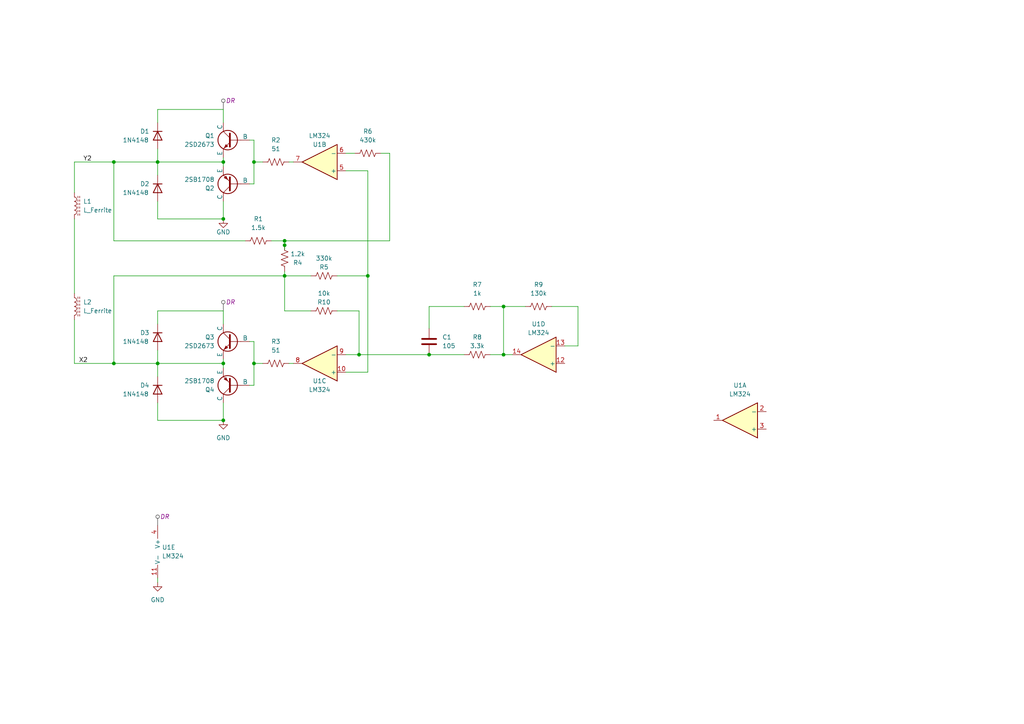
<source format=kicad_sch>
(kicad_sch (version 20230121) (generator eeschema)

  (uuid 5eab7e8b-54e1-47d0-9dc3-1e7c3fa2f560)

  (paper "A4")

  (lib_symbols
    (symbol "Amplifier_Operational:LM324" (pin_names (offset 0.127)) (in_bom yes) (on_board yes)
      (property "Reference" "U" (at 0 5.08 0)
        (effects (font (size 1.27 1.27)) (justify left))
      )
      (property "Value" "LM324" (at 0 -5.08 0)
        (effects (font (size 1.27 1.27)) (justify left))
      )
      (property "Footprint" "" (at -1.27 2.54 0)
        (effects (font (size 1.27 1.27)) hide)
      )
      (property "Datasheet" "http://www.ti.com/lit/ds/symlink/lm2902-n.pdf" (at 1.27 5.08 0)
        (effects (font (size 1.27 1.27)) hide)
      )
      (property "ki_locked" "" (at 0 0 0)
        (effects (font (size 1.27 1.27)))
      )
      (property "ki_keywords" "quad opamp" (at 0 0 0)
        (effects (font (size 1.27 1.27)) hide)
      )
      (property "ki_description" "Low-Power, Quad-Operational Amplifiers, DIP-14/SOIC-14/SSOP-14" (at 0 0 0)
        (effects (font (size 1.27 1.27)) hide)
      )
      (property "ki_fp_filters" "SOIC*3.9x8.7mm*P1.27mm* DIP*W7.62mm* TSSOP*4.4x5mm*P0.65mm* SSOP*5.3x6.2mm*P0.65mm* MSOP*3x3mm*P0.5mm*" (at 0 0 0)
        (effects (font (size 1.27 1.27)) hide)
      )
      (symbol "LM324_1_1"
        (polyline
          (pts
            (xy -5.08 5.08)
            (xy 5.08 0)
            (xy -5.08 -5.08)
            (xy -5.08 5.08)
          )
          (stroke (width 0.254) (type default))
          (fill (type background))
        )
        (pin output line (at 7.62 0 180) (length 2.54)
          (name "~" (effects (font (size 1.27 1.27))))
          (number "1" (effects (font (size 1.27 1.27))))
        )
        (pin input line (at -7.62 -2.54 0) (length 2.54)
          (name "-" (effects (font (size 1.27 1.27))))
          (number "2" (effects (font (size 1.27 1.27))))
        )
        (pin input line (at -7.62 2.54 0) (length 2.54)
          (name "+" (effects (font (size 1.27 1.27))))
          (number "3" (effects (font (size 1.27 1.27))))
        )
      )
      (symbol "LM324_2_1"
        (polyline
          (pts
            (xy -5.08 5.08)
            (xy 5.08 0)
            (xy -5.08 -5.08)
            (xy -5.08 5.08)
          )
          (stroke (width 0.254) (type default))
          (fill (type background))
        )
        (pin input line (at -7.62 2.54 0) (length 2.54)
          (name "+" (effects (font (size 1.27 1.27))))
          (number "5" (effects (font (size 1.27 1.27))))
        )
        (pin input line (at -7.62 -2.54 0) (length 2.54)
          (name "-" (effects (font (size 1.27 1.27))))
          (number "6" (effects (font (size 1.27 1.27))))
        )
        (pin output line (at 7.62 0 180) (length 2.54)
          (name "~" (effects (font (size 1.27 1.27))))
          (number "7" (effects (font (size 1.27 1.27))))
        )
      )
      (symbol "LM324_3_1"
        (polyline
          (pts
            (xy -5.08 5.08)
            (xy 5.08 0)
            (xy -5.08 -5.08)
            (xy -5.08 5.08)
          )
          (stroke (width 0.254) (type default))
          (fill (type background))
        )
        (pin input line (at -7.62 2.54 0) (length 2.54)
          (name "+" (effects (font (size 1.27 1.27))))
          (number "10" (effects (font (size 1.27 1.27))))
        )
        (pin output line (at 7.62 0 180) (length 2.54)
          (name "~" (effects (font (size 1.27 1.27))))
          (number "8" (effects (font (size 1.27 1.27))))
        )
        (pin input line (at -7.62 -2.54 0) (length 2.54)
          (name "-" (effects (font (size 1.27 1.27))))
          (number "9" (effects (font (size 1.27 1.27))))
        )
      )
      (symbol "LM324_4_1"
        (polyline
          (pts
            (xy -5.08 5.08)
            (xy 5.08 0)
            (xy -5.08 -5.08)
            (xy -5.08 5.08)
          )
          (stroke (width 0.254) (type default))
          (fill (type background))
        )
        (pin input line (at -7.62 2.54 0) (length 2.54)
          (name "+" (effects (font (size 1.27 1.27))))
          (number "12" (effects (font (size 1.27 1.27))))
        )
        (pin input line (at -7.62 -2.54 0) (length 2.54)
          (name "-" (effects (font (size 1.27 1.27))))
          (number "13" (effects (font (size 1.27 1.27))))
        )
        (pin output line (at 7.62 0 180) (length 2.54)
          (name "~" (effects (font (size 1.27 1.27))))
          (number "14" (effects (font (size 1.27 1.27))))
        )
      )
      (symbol "LM324_5_1"
        (pin power_in line (at -2.54 -7.62 90) (length 3.81)
          (name "V-" (effects (font (size 1.27 1.27))))
          (number "11" (effects (font (size 1.27 1.27))))
        )
        (pin power_in line (at -2.54 7.62 270) (length 3.81)
          (name "V+" (effects (font (size 1.27 1.27))))
          (number "4" (effects (font (size 1.27 1.27))))
        )
      )
    )
    (symbol "Device:C" (pin_numbers hide) (pin_names (offset 0.254)) (in_bom yes) (on_board yes)
      (property "Reference" "C" (at 0.635 2.54 0)
        (effects (font (size 1.27 1.27)) (justify left))
      )
      (property "Value" "C" (at 0.635 -2.54 0)
        (effects (font (size 1.27 1.27)) (justify left))
      )
      (property "Footprint" "" (at 0.9652 -3.81 0)
        (effects (font (size 1.27 1.27)) hide)
      )
      (property "Datasheet" "~" (at 0 0 0)
        (effects (font (size 1.27 1.27)) hide)
      )
      (property "ki_keywords" "cap capacitor" (at 0 0 0)
        (effects (font (size 1.27 1.27)) hide)
      )
      (property "ki_description" "Unpolarized capacitor" (at 0 0 0)
        (effects (font (size 1.27 1.27)) hide)
      )
      (property "ki_fp_filters" "C_*" (at 0 0 0)
        (effects (font (size 1.27 1.27)) hide)
      )
      (symbol "C_0_1"
        (polyline
          (pts
            (xy -2.032 -0.762)
            (xy 2.032 -0.762)
          )
          (stroke (width 0.508) (type default))
          (fill (type none))
        )
        (polyline
          (pts
            (xy -2.032 0.762)
            (xy 2.032 0.762)
          )
          (stroke (width 0.508) (type default))
          (fill (type none))
        )
      )
      (symbol "C_1_1"
        (pin passive line (at 0 3.81 270) (length 2.794)
          (name "~" (effects (font (size 1.27 1.27))))
          (number "1" (effects (font (size 1.27 1.27))))
        )
        (pin passive line (at 0 -3.81 90) (length 2.794)
          (name "~" (effects (font (size 1.27 1.27))))
          (number "2" (effects (font (size 1.27 1.27))))
        )
      )
    )
    (symbol "Device:D" (pin_numbers hide) (pin_names (offset 1.016) hide) (in_bom yes) (on_board yes)
      (property "Reference" "D" (at 0 2.54 0)
        (effects (font (size 1.27 1.27)))
      )
      (property "Value" "D" (at 0 -2.54 0)
        (effects (font (size 1.27 1.27)))
      )
      (property "Footprint" "" (at 0 0 0)
        (effects (font (size 1.27 1.27)) hide)
      )
      (property "Datasheet" "~" (at 0 0 0)
        (effects (font (size 1.27 1.27)) hide)
      )
      (property "Sim.Device" "D" (at 0 0 0)
        (effects (font (size 1.27 1.27)) hide)
      )
      (property "Sim.Pins" "1=K 2=A" (at 0 0 0)
        (effects (font (size 1.27 1.27)) hide)
      )
      (property "ki_keywords" "diode" (at 0 0 0)
        (effects (font (size 1.27 1.27)) hide)
      )
      (property "ki_description" "Diode" (at 0 0 0)
        (effects (font (size 1.27 1.27)) hide)
      )
      (property "ki_fp_filters" "TO-???* *_Diode_* *SingleDiode* D_*" (at 0 0 0)
        (effects (font (size 1.27 1.27)) hide)
      )
      (symbol "D_0_1"
        (polyline
          (pts
            (xy -1.27 1.27)
            (xy -1.27 -1.27)
          )
          (stroke (width 0.254) (type default))
          (fill (type none))
        )
        (polyline
          (pts
            (xy 1.27 0)
            (xy -1.27 0)
          )
          (stroke (width 0) (type default))
          (fill (type none))
        )
        (polyline
          (pts
            (xy 1.27 1.27)
            (xy 1.27 -1.27)
            (xy -1.27 0)
            (xy 1.27 1.27)
          )
          (stroke (width 0.254) (type default))
          (fill (type none))
        )
      )
      (symbol "D_1_1"
        (pin passive line (at -3.81 0 0) (length 2.54)
          (name "K" (effects (font (size 1.27 1.27))))
          (number "1" (effects (font (size 1.27 1.27))))
        )
        (pin passive line (at 3.81 0 180) (length 2.54)
          (name "A" (effects (font (size 1.27 1.27))))
          (number "2" (effects (font (size 1.27 1.27))))
        )
      )
    )
    (symbol "Device:L_Ferrite" (pin_numbers hide) (pin_names (offset 1.016) hide) (in_bom yes) (on_board yes)
      (property "Reference" "L" (at -1.27 0 90)
        (effects (font (size 1.27 1.27)))
      )
      (property "Value" "L_Ferrite" (at 2.794 0 90)
        (effects (font (size 1.27 1.27)))
      )
      (property "Footprint" "" (at 0 0 0)
        (effects (font (size 1.27 1.27)) hide)
      )
      (property "Datasheet" "~" (at 0 0 0)
        (effects (font (size 1.27 1.27)) hide)
      )
      (property "ki_keywords" "inductor choke coil reactor magnetic" (at 0 0 0)
        (effects (font (size 1.27 1.27)) hide)
      )
      (property "ki_description" "Inductor with ferrite core" (at 0 0 0)
        (effects (font (size 1.27 1.27)) hide)
      )
      (property "ki_fp_filters" "Choke_* *Coil* Inductor_* L_*" (at 0 0 0)
        (effects (font (size 1.27 1.27)) hide)
      )
      (symbol "L_Ferrite_0_1"
        (arc (start 0 -2.54) (mid 0.6323 -1.905) (end 0 -1.27)
          (stroke (width 0) (type default))
          (fill (type none))
        )
        (arc (start 0 -1.27) (mid 0.6323 -0.635) (end 0 0)
          (stroke (width 0) (type default))
          (fill (type none))
        )
        (polyline
          (pts
            (xy 1.016 -2.794)
            (xy 1.016 -2.286)
          )
          (stroke (width 0) (type default))
          (fill (type none))
        )
        (polyline
          (pts
            (xy 1.016 -1.778)
            (xy 1.016 -1.27)
          )
          (stroke (width 0) (type default))
          (fill (type none))
        )
        (polyline
          (pts
            (xy 1.016 -0.762)
            (xy 1.016 -0.254)
          )
          (stroke (width 0) (type default))
          (fill (type none))
        )
        (polyline
          (pts
            (xy 1.016 0.254)
            (xy 1.016 0.762)
          )
          (stroke (width 0) (type default))
          (fill (type none))
        )
        (polyline
          (pts
            (xy 1.016 1.27)
            (xy 1.016 1.778)
          )
          (stroke (width 0) (type default))
          (fill (type none))
        )
        (polyline
          (pts
            (xy 1.016 2.286)
            (xy 1.016 2.794)
          )
          (stroke (width 0) (type default))
          (fill (type none))
        )
        (polyline
          (pts
            (xy 1.524 -2.286)
            (xy 1.524 -2.794)
          )
          (stroke (width 0) (type default))
          (fill (type none))
        )
        (polyline
          (pts
            (xy 1.524 -1.27)
            (xy 1.524 -1.778)
          )
          (stroke (width 0) (type default))
          (fill (type none))
        )
        (polyline
          (pts
            (xy 1.524 -0.254)
            (xy 1.524 -0.762)
          )
          (stroke (width 0) (type default))
          (fill (type none))
        )
        (polyline
          (pts
            (xy 1.524 0.762)
            (xy 1.524 0.254)
          )
          (stroke (width 0) (type default))
          (fill (type none))
        )
        (polyline
          (pts
            (xy 1.524 1.778)
            (xy 1.524 1.27)
          )
          (stroke (width 0) (type default))
          (fill (type none))
        )
        (polyline
          (pts
            (xy 1.524 2.794)
            (xy 1.524 2.286)
          )
          (stroke (width 0) (type default))
          (fill (type none))
        )
        (arc (start 0 0) (mid 0.6323 0.635) (end 0 1.27)
          (stroke (width 0) (type default))
          (fill (type none))
        )
        (arc (start 0 1.27) (mid 0.6323 1.905) (end 0 2.54)
          (stroke (width 0) (type default))
          (fill (type none))
        )
      )
      (symbol "L_Ferrite_1_1"
        (pin passive line (at 0 3.81 270) (length 1.27)
          (name "1" (effects (font (size 1.27 1.27))))
          (number "1" (effects (font (size 1.27 1.27))))
        )
        (pin passive line (at 0 -3.81 90) (length 1.27)
          (name "2" (effects (font (size 1.27 1.27))))
          (number "2" (effects (font (size 1.27 1.27))))
        )
      )
    )
    (symbol "Device:R_US" (pin_numbers hide) (pin_names (offset 0)) (in_bom yes) (on_board yes)
      (property "Reference" "R" (at 2.54 0 90)
        (effects (font (size 1.27 1.27)))
      )
      (property "Value" "R_US" (at -2.54 0 90)
        (effects (font (size 1.27 1.27)))
      )
      (property "Footprint" "" (at 1.016 -0.254 90)
        (effects (font (size 1.27 1.27)) hide)
      )
      (property "Datasheet" "~" (at 0 0 0)
        (effects (font (size 1.27 1.27)) hide)
      )
      (property "ki_keywords" "R res resistor" (at 0 0 0)
        (effects (font (size 1.27 1.27)) hide)
      )
      (property "ki_description" "Resistor, US symbol" (at 0 0 0)
        (effects (font (size 1.27 1.27)) hide)
      )
      (property "ki_fp_filters" "R_*" (at 0 0 0)
        (effects (font (size 1.27 1.27)) hide)
      )
      (symbol "R_US_0_1"
        (polyline
          (pts
            (xy 0 -2.286)
            (xy 0 -2.54)
          )
          (stroke (width 0) (type default))
          (fill (type none))
        )
        (polyline
          (pts
            (xy 0 2.286)
            (xy 0 2.54)
          )
          (stroke (width 0) (type default))
          (fill (type none))
        )
        (polyline
          (pts
            (xy 0 -0.762)
            (xy 1.016 -1.143)
            (xy 0 -1.524)
            (xy -1.016 -1.905)
            (xy 0 -2.286)
          )
          (stroke (width 0) (type default))
          (fill (type none))
        )
        (polyline
          (pts
            (xy 0 0.762)
            (xy 1.016 0.381)
            (xy 0 0)
            (xy -1.016 -0.381)
            (xy 0 -0.762)
          )
          (stroke (width 0) (type default))
          (fill (type none))
        )
        (polyline
          (pts
            (xy 0 2.286)
            (xy 1.016 1.905)
            (xy 0 1.524)
            (xy -1.016 1.143)
            (xy 0 0.762)
          )
          (stroke (width 0) (type default))
          (fill (type none))
        )
      )
      (symbol "R_US_1_1"
        (pin passive line (at 0 3.81 270) (length 1.27)
          (name "~" (effects (font (size 1.27 1.27))))
          (number "1" (effects (font (size 1.27 1.27))))
        )
        (pin passive line (at 0 -3.81 90) (length 1.27)
          (name "~" (effects (font (size 1.27 1.27))))
          (number "2" (effects (font (size 1.27 1.27))))
        )
      )
    )
    (symbol "Simulation_SPICE:NPN" (pin_numbers hide) (pin_names (offset 0)) (in_bom yes) (on_board yes)
      (property "Reference" "Q" (at -2.54 7.62 0)
        (effects (font (size 1.27 1.27)))
      )
      (property "Value" "NPN" (at -2.54 5.08 0)
        (effects (font (size 1.27 1.27)))
      )
      (property "Footprint" "" (at 63.5 0 0)
        (effects (font (size 1.27 1.27)) hide)
      )
      (property "Datasheet" "~" (at 63.5 0 0)
        (effects (font (size 1.27 1.27)) hide)
      )
      (property "Sim.Device" "NPN" (at 0 0 0)
        (effects (font (size 1.27 1.27)) hide)
      )
      (property "Sim.Type" "GUMMELPOON" (at 0 0 0)
        (effects (font (size 1.27 1.27)) hide)
      )
      (property "Sim.Pins" "1=C 2=B 3=E" (at 0 0 0)
        (effects (font (size 1.27 1.27)) hide)
      )
      (property "ki_keywords" "simulation" (at 0 0 0)
        (effects (font (size 1.27 1.27)) hide)
      )
      (property "ki_description" "Bipolar transistor symbol for simulation only, substrate tied to the emitter" (at 0 0 0)
        (effects (font (size 1.27 1.27)) hide)
      )
      (symbol "NPN_0_1"
        (polyline
          (pts
            (xy -2.54 0)
            (xy 0.635 0)
          )
          (stroke (width 0.1524) (type default))
          (fill (type none))
        )
        (polyline
          (pts
            (xy 0.635 0.635)
            (xy 2.54 2.54)
          )
          (stroke (width 0) (type default))
          (fill (type none))
        )
        (polyline
          (pts
            (xy 2.794 -1.27)
            (xy 2.794 -1.27)
          )
          (stroke (width 0.1524) (type default))
          (fill (type none))
        )
        (polyline
          (pts
            (xy 2.794 -1.27)
            (xy 2.794 -1.27)
          )
          (stroke (width 0.1524) (type default))
          (fill (type none))
        )
        (polyline
          (pts
            (xy 0.635 -0.635)
            (xy 2.54 -2.54)
            (xy 2.54 -2.54)
          )
          (stroke (width 0) (type default))
          (fill (type none))
        )
        (polyline
          (pts
            (xy 0.635 1.905)
            (xy 0.635 -1.905)
            (xy 0.635 -1.905)
          )
          (stroke (width 0.508) (type default))
          (fill (type none))
        )
        (polyline
          (pts
            (xy 1.27 -1.778)
            (xy 1.778 -1.27)
            (xy 2.286 -2.286)
            (xy 1.27 -1.778)
            (xy 1.27 -1.778)
          )
          (stroke (width 0) (type default))
          (fill (type outline))
        )
        (circle (center 1.27 0) (radius 2.8194)
          (stroke (width 0.254) (type default))
          (fill (type none))
        )
      )
      (symbol "NPN_1_1"
        (pin open_collector line (at 2.54 5.08 270) (length 2.54)
          (name "C" (effects (font (size 1.27 1.27))))
          (number "1" (effects (font (size 1.27 1.27))))
        )
        (pin input line (at -5.08 0 0) (length 2.54)
          (name "B" (effects (font (size 1.27 1.27))))
          (number "2" (effects (font (size 1.27 1.27))))
        )
        (pin open_emitter line (at 2.54 -5.08 90) (length 2.54)
          (name "E" (effects (font (size 1.27 1.27))))
          (number "3" (effects (font (size 1.27 1.27))))
        )
      )
    )
    (symbol "Simulation_SPICE:PNP" (pin_numbers hide) (pin_names (offset 0)) (in_bom yes) (on_board yes)
      (property "Reference" "Q" (at -2.54 7.62 0)
        (effects (font (size 1.27 1.27)))
      )
      (property "Value" "PNP" (at -2.54 5.08 0)
        (effects (font (size 1.27 1.27)))
      )
      (property "Footprint" "" (at 35.56 0 0)
        (effects (font (size 1.27 1.27)) hide)
      )
      (property "Datasheet" "~" (at 35.56 0 0)
        (effects (font (size 1.27 1.27)) hide)
      )
      (property "Sim.Device" "PNP" (at 0 0 0)
        (effects (font (size 1.27 1.27)) hide)
      )
      (property "Sim.Type" "GUMMELPOON" (at 0 0 0)
        (effects (font (size 1.27 1.27)) hide)
      )
      (property "Sim.Pins" "1=C 2=B 3=E" (at 0 0 0)
        (effects (font (size 1.27 1.27)) hide)
      )
      (property "ki_keywords" "simulation" (at 0 0 0)
        (effects (font (size 1.27 1.27)) hide)
      )
      (property "ki_description" "Bipolar transistor symbol for simulation only, substrate tied to the emitter" (at 0 0 0)
        (effects (font (size 1.27 1.27)) hide)
      )
      (symbol "PNP_0_1"
        (polyline
          (pts
            (xy -2.54 0)
            (xy 0.635 0)
          )
          (stroke (width 0.1524) (type default))
          (fill (type none))
        )
        (polyline
          (pts
            (xy 0.635 0.635)
            (xy 2.54 2.54)
          )
          (stroke (width 0) (type default))
          (fill (type none))
        )
        (polyline
          (pts
            (xy 0.635 -0.635)
            (xy 2.54 -2.54)
            (xy 2.54 -2.54)
          )
          (stroke (width 0) (type default))
          (fill (type none))
        )
        (polyline
          (pts
            (xy 0.635 1.905)
            (xy 0.635 -1.905)
            (xy 0.635 -1.905)
          )
          (stroke (width 0.508) (type default))
          (fill (type none))
        )
        (polyline
          (pts
            (xy 2.286 -1.778)
            (xy 1.778 -2.286)
            (xy 1.27 -1.27)
            (xy 2.286 -1.778)
            (xy 2.286 -1.778)
          )
          (stroke (width 0) (type default))
          (fill (type outline))
        )
        (circle (center 1.27 0) (radius 2.8194)
          (stroke (width 0.254) (type default))
          (fill (type none))
        )
      )
      (symbol "PNP_1_1"
        (pin open_collector line (at 2.54 5.08 270) (length 2.54)
          (name "C" (effects (font (size 1.27 1.27))))
          (number "1" (effects (font (size 1.27 1.27))))
        )
        (pin input line (at -5.08 0 0) (length 2.54)
          (name "B" (effects (font (size 1.27 1.27))))
          (number "2" (effects (font (size 1.27 1.27))))
        )
        (pin open_emitter line (at 2.54 -5.08 90) (length 2.54)
          (name "E" (effects (font (size 1.27 1.27))))
          (number "3" (effects (font (size 1.27 1.27))))
        )
      )
    )
    (symbol "power:GND" (power) (pin_names (offset 0)) (in_bom yes) (on_board yes)
      (property "Reference" "#PWR" (at 0 -6.35 0)
        (effects (font (size 1.27 1.27)) hide)
      )
      (property "Value" "GND" (at 0 -3.81 0)
        (effects (font (size 1.27 1.27)))
      )
      (property "Footprint" "" (at 0 0 0)
        (effects (font (size 1.27 1.27)) hide)
      )
      (property "Datasheet" "" (at 0 0 0)
        (effects (font (size 1.27 1.27)) hide)
      )
      (property "ki_keywords" "global power" (at 0 0 0)
        (effects (font (size 1.27 1.27)) hide)
      )
      (property "ki_description" "Power symbol creates a global label with name \"GND\" , ground" (at 0 0 0)
        (effects (font (size 1.27 1.27)) hide)
      )
      (symbol "GND_0_1"
        (polyline
          (pts
            (xy 0 0)
            (xy 0 -1.27)
            (xy 1.27 -1.27)
            (xy 0 -2.54)
            (xy -1.27 -1.27)
            (xy 0 -1.27)
          )
          (stroke (width 0) (type default))
          (fill (type none))
        )
      )
      (symbol "GND_1_1"
        (pin power_in line (at 0 0 270) (length 0) hide
          (name "GND" (effects (font (size 1.27 1.27))))
          (number "1" (effects (font (size 1.27 1.27))))
        )
      )
    )
  )

  (junction (at 82.55 69.85) (diameter 0) (color 0 0 0 0)
    (uuid 2120b9d0-f094-47b1-a3ca-0b7b80c170eb)
  )
  (junction (at 146.05 102.87) (diameter 0) (color 0 0 0 0)
    (uuid 2da35ef7-4a01-4bde-905b-35b5af1459d3)
  )
  (junction (at 64.77 46.99) (diameter 0) (color 0 0 0 0)
    (uuid 30076bce-db97-4d4d-b4d6-e62ea3efb8cd)
  )
  (junction (at 146.05 88.9) (diameter 0) (color 0 0 0 0)
    (uuid 3d487be4-1cd5-4be8-af50-1dcc090eb849)
  )
  (junction (at 33.02 46.99) (diameter 0) (color 0 0 0 0)
    (uuid 53ee2ce1-4323-4de5-a1cf-d33d9a013ebb)
  )
  (junction (at 45.72 105.41) (diameter 0) (color 0 0 0 0)
    (uuid 5bb4ee00-cc3d-40a1-8444-3ad3e87bd2d5)
  )
  (junction (at 64.77 121.92) (diameter 0) (color 0 0 0 0)
    (uuid 60a8b837-fcbe-495c-99bf-6f913601bb48)
  )
  (junction (at 64.77 105.41) (diameter 0) (color 0 0 0 0)
    (uuid 633a998a-e1b4-4399-b66b-3f2cac4e84a9)
  )
  (junction (at 33.02 105.41) (diameter 0) (color 0 0 0 0)
    (uuid 74d663a1-4dea-4cca-a4a2-d536d3bb2dba)
  )
  (junction (at 73.66 105.41) (diameter 0) (color 0 0 0 0)
    (uuid 7bb287d3-d389-4156-b6d6-a2c6be74f422)
  )
  (junction (at 64.77 63.5) (diameter 0) (color 0 0 0 0)
    (uuid ac5eb870-9041-4b35-97d5-fb341f8d0bdf)
  )
  (junction (at 124.46 102.87) (diameter 0) (color 0 0 0 0)
    (uuid b20ca325-4af6-4ce2-a210-f8ebc9b3eb1a)
  )
  (junction (at 104.14 102.87) (diameter 0) (color 0 0 0 0)
    (uuid b5b1a526-26b1-4170-b916-b8ed94a192ee)
  )
  (junction (at 82.55 71.12) (diameter 0) (color 0 0 0 0)
    (uuid b887c76d-7b93-4da7-93e6-700d1664b228)
  )
  (junction (at 106.68 80.01) (diameter 0) (color 0 0 0 0)
    (uuid b8dcee23-ec66-4083-9857-3b18b522c0bd)
  )
  (junction (at 45.72 46.99) (diameter 0) (color 0 0 0 0)
    (uuid c7bc71cc-c9a2-4f5a-a4ae-dcfb7179a7ab)
  )
  (junction (at 73.66 46.99) (diameter 0) (color 0 0 0 0)
    (uuid e2ace46f-2b22-4a91-ac1d-536bf825e9bf)
  )
  (junction (at 82.55 80.01) (diameter 0) (color 0 0 0 0)
    (uuid fc4c22e1-788e-4236-beb2-df3fb776b86f)
  )

  (wire (pts (xy 100.33 44.45) (xy 102.87 44.45))
    (stroke (width 0) (type default))
    (uuid 015f139c-5d2a-42f1-93e4-ead163f799c1)
  )
  (wire (pts (xy 104.14 102.87) (xy 124.46 102.87))
    (stroke (width 0) (type default))
    (uuid 0658c3f6-b7b7-4338-807d-bdf3cef03434)
  )
  (wire (pts (xy 97.79 80.01) (xy 106.68 80.01))
    (stroke (width 0) (type default))
    (uuid 07091020-e996-466d-808e-e9581a478238)
  )
  (wire (pts (xy 82.55 90.17) (xy 90.17 90.17))
    (stroke (width 0) (type default))
    (uuid 10121502-d052-4ace-b196-ee30abc42a7a)
  )
  (wire (pts (xy 45.72 121.92) (xy 64.77 121.92))
    (stroke (width 0) (type default))
    (uuid 10d76f7b-9f1c-40fd-8c0c-d83feaf328ef)
  )
  (wire (pts (xy 72.39 99.06) (xy 73.66 99.06))
    (stroke (width 0) (type default))
    (uuid 1188120c-bcab-4290-9518-ba1b14efd25a)
  )
  (wire (pts (xy 106.68 80.01) (xy 106.68 49.53))
    (stroke (width 0) (type default))
    (uuid 153c902a-cbbb-461e-8b03-de8b7c4a31cd)
  )
  (wire (pts (xy 142.24 88.9) (xy 146.05 88.9))
    (stroke (width 0) (type default))
    (uuid 17cefb27-f156-4c3e-bf8c-48faa341718f)
  )
  (wire (pts (xy 106.68 80.01) (xy 106.68 107.95))
    (stroke (width 0) (type default))
    (uuid 1afd05ed-5c79-40a5-a588-931a8b0f68b4)
  )
  (wire (pts (xy 142.24 102.87) (xy 146.05 102.87))
    (stroke (width 0) (type default))
    (uuid 1bf98029-6692-4bd2-bc2f-af87a9389550)
  )
  (wire (pts (xy 82.55 80.01) (xy 82.55 90.17))
    (stroke (width 0) (type default))
    (uuid 20731094-2a64-464f-8699-f84d9160217f)
  )
  (wire (pts (xy 45.72 43.18) (xy 45.72 46.99))
    (stroke (width 0) (type default))
    (uuid 2294a03e-c1e0-496c-a9c0-921340874cb1)
  )
  (wire (pts (xy 73.66 40.64) (xy 73.66 46.99))
    (stroke (width 0) (type default))
    (uuid 26a99533-f962-4e79-a5c5-6e67acd1a082)
  )
  (wire (pts (xy 104.14 90.17) (xy 104.14 102.87))
    (stroke (width 0) (type default))
    (uuid 281a48d8-b344-4b6e-b713-96f8f4cc5eaa)
  )
  (wire (pts (xy 33.02 46.99) (xy 45.72 46.99))
    (stroke (width 0) (type default))
    (uuid 2f4f6b7e-52fc-41aa-a870-8143891bf647)
  )
  (wire (pts (xy 85.09 46.99) (xy 83.82 46.99))
    (stroke (width 0) (type default))
    (uuid 30397919-b148-4383-a1e4-556385278ec9)
  )
  (wire (pts (xy 64.77 63.5) (xy 64.77 58.42))
    (stroke (width 0) (type default))
    (uuid 35d65d28-4b4a-4a0d-8676-986d1ed634f5)
  )
  (wire (pts (xy 146.05 88.9) (xy 146.05 102.87))
    (stroke (width 0) (type default))
    (uuid 37e05702-4af8-4b2d-bcca-e67183663fe0)
  )
  (wire (pts (xy 78.74 69.85) (xy 82.55 69.85))
    (stroke (width 0) (type default))
    (uuid 3a04cf58-0c52-4b91-9a04-bbd8d4558197)
  )
  (wire (pts (xy 45.72 46.99) (xy 45.72 50.8))
    (stroke (width 0) (type default))
    (uuid 3ff4100a-ecb2-45fd-bf17-1fbd1f84e721)
  )
  (wire (pts (xy 82.55 78.74) (xy 82.55 80.01))
    (stroke (width 0) (type default))
    (uuid 41210e0c-8b73-4dcd-b9cb-03bd3005c88b)
  )
  (wire (pts (xy 21.59 105.41) (xy 33.02 105.41))
    (stroke (width 0) (type default))
    (uuid 42fcabad-5b3d-42eb-8d8f-d821d029b077)
  )
  (wire (pts (xy 33.02 46.99) (xy 33.02 69.85))
    (stroke (width 0) (type default))
    (uuid 43d6a5e2-cf43-4481-b8c8-049b52c58f2b)
  )
  (wire (pts (xy 73.66 53.34) (xy 72.39 53.34))
    (stroke (width 0) (type default))
    (uuid 47469d86-3a5f-4c3d-9df2-b5b9ddabc1e9)
  )
  (wire (pts (xy 160.02 88.9) (xy 167.64 88.9))
    (stroke (width 0) (type default))
    (uuid 489e5adc-6b9e-4a2d-847d-a4dbd46d76ae)
  )
  (wire (pts (xy 82.55 72.39) (xy 82.55 71.12))
    (stroke (width 0) (type default))
    (uuid 48c02480-c47b-4abb-b38e-24fb1216a374)
  )
  (wire (pts (xy 167.64 88.9) (xy 167.64 100.33))
    (stroke (width 0) (type default))
    (uuid 4a3c0a47-2de8-4392-b598-b8db52aaeaf4)
  )
  (wire (pts (xy 64.77 121.92) (xy 64.77 116.84))
    (stroke (width 0) (type default))
    (uuid 4cbdbb3a-ad62-4f8e-9202-5a3157f6d7a8)
  )
  (wire (pts (xy 45.72 90.17) (xy 45.72 93.98))
    (stroke (width 0) (type default))
    (uuid 4fda00b8-61df-4c85-849f-9ed1697e636c)
  )
  (wire (pts (xy 64.77 46.99) (xy 64.77 48.26))
    (stroke (width 0) (type default))
    (uuid 57df92d3-dc47-44e3-9ea7-eb096f6f8490)
  )
  (wire (pts (xy 45.72 101.6) (xy 45.72 105.41))
    (stroke (width 0) (type default))
    (uuid 59c25e8e-b44b-45dc-ae1f-18cf4616cfd5)
  )
  (wire (pts (xy 163.83 100.33) (xy 167.64 100.33))
    (stroke (width 0) (type default))
    (uuid 5b28ab9d-24a5-4867-90e7-3643d82a9692)
  )
  (wire (pts (xy 64.77 105.41) (xy 45.72 105.41))
    (stroke (width 0) (type default))
    (uuid 60dee13e-36fa-4265-984b-b3630f1121a0)
  )
  (wire (pts (xy 64.77 46.99) (xy 45.72 46.99))
    (stroke (width 0) (type default))
    (uuid 60fa58d1-bef1-4aa2-b7a7-fdb2be23e39d)
  )
  (wire (pts (xy 45.72 167.64) (xy 45.72 168.91))
    (stroke (width 0) (type default))
    (uuid 611a9981-25bb-4a16-983c-05f2db7cd55f)
  )
  (wire (pts (xy 64.77 105.41) (xy 64.77 106.68))
    (stroke (width 0) (type default))
    (uuid 61d4b693-2922-4675-9c36-8e89223457bb)
  )
  (wire (pts (xy 64.77 104.14) (xy 64.77 105.41))
    (stroke (width 0) (type default))
    (uuid 64040c2d-690d-4d42-8711-bf9277e0a196)
  )
  (wire (pts (xy 45.72 105.41) (xy 45.72 109.22))
    (stroke (width 0) (type default))
    (uuid 67d00ace-600e-45b4-86d8-092cf34de518)
  )
  (wire (pts (xy 72.39 40.64) (xy 73.66 40.64))
    (stroke (width 0) (type default))
    (uuid 6b998b6a-a702-4e64-83bf-bfc8dd50501b)
  )
  (wire (pts (xy 21.59 63.5) (xy 21.59 85.09))
    (stroke (width 0) (type default))
    (uuid 6e1b0c69-bc77-4611-b5fa-5d991d462d35)
  )
  (wire (pts (xy 82.55 71.12) (xy 82.55 69.85))
    (stroke (width 0) (type default))
    (uuid 7173eca5-74c7-4b4e-b26b-21d80b82cabc)
  )
  (wire (pts (xy 146.05 88.9) (xy 152.4 88.9))
    (stroke (width 0) (type default))
    (uuid 72f8fac6-c851-4ba4-be4f-f9fc462452d6)
  )
  (wire (pts (xy 45.72 116.84) (xy 45.72 121.92))
    (stroke (width 0) (type default))
    (uuid 74a80565-da17-4b78-90fa-76ba363894d9)
  )
  (wire (pts (xy 64.77 90.17) (xy 45.72 90.17))
    (stroke (width 0) (type default))
    (uuid 78be621d-93b2-49a7-b13c-c2f9d87f9b9e)
  )
  (wire (pts (xy 82.55 69.85) (xy 113.03 69.85))
    (stroke (width 0) (type default))
    (uuid 7ae8ec55-4260-4188-b78a-6d0dd1ee87cd)
  )
  (wire (pts (xy 73.66 46.99) (xy 76.2 46.99))
    (stroke (width 0) (type default))
    (uuid 7be70c0e-152b-4cb6-bbb6-1d0a2340ebd8)
  )
  (wire (pts (xy 21.59 92.71) (xy 21.59 105.41))
    (stroke (width 0) (type default))
    (uuid 808b5a79-34ae-4239-bacc-e876fcdfa3e9)
  )
  (wire (pts (xy 64.77 31.75) (xy 45.72 31.75))
    (stroke (width 0) (type default))
    (uuid 8639768f-b732-4069-a161-7080c47ec22b)
  )
  (wire (pts (xy 82.55 80.01) (xy 90.17 80.01))
    (stroke (width 0) (type default))
    (uuid 8c8217a5-b49a-4f4a-b77a-d1fb8cddb2fd)
  )
  (wire (pts (xy 21.59 55.88) (xy 21.59 46.99))
    (stroke (width 0) (type default))
    (uuid 9061d957-fc51-4990-bc52-7e56452dfdb2)
  )
  (wire (pts (xy 124.46 102.87) (xy 134.62 102.87))
    (stroke (width 0) (type default))
    (uuid 9c3af31d-6111-40ac-b11b-dd9373ec0b9a)
  )
  (wire (pts (xy 45.72 63.5) (xy 64.77 63.5))
    (stroke (width 0) (type default))
    (uuid 9d414f5e-dbb2-48cc-9697-3c2fd285f6db)
  )
  (wire (pts (xy 113.03 44.45) (xy 110.49 44.45))
    (stroke (width 0) (type default))
    (uuid 9fe83398-85eb-4e8a-821b-d2d71a15bec5)
  )
  (wire (pts (xy 73.66 99.06) (xy 73.66 105.41))
    (stroke (width 0) (type default))
    (uuid a1dff2ae-a823-429d-8a19-30a6b4eba1c4)
  )
  (wire (pts (xy 85.09 105.41) (xy 83.82 105.41))
    (stroke (width 0) (type default))
    (uuid a6d56773-61a3-498c-af94-28f18b4dc284)
  )
  (wire (pts (xy 33.02 69.85) (xy 71.12 69.85))
    (stroke (width 0) (type default))
    (uuid a88b61b7-3b8b-4a8b-b055-bc4be57b653f)
  )
  (wire (pts (xy 146.05 102.87) (xy 148.59 102.87))
    (stroke (width 0) (type default))
    (uuid ad530047-c800-44bb-8327-2eb585544153)
  )
  (wire (pts (xy 73.66 105.41) (xy 73.66 111.76))
    (stroke (width 0) (type default))
    (uuid b2c247d9-0256-4c2e-bfec-76b38ead6297)
  )
  (wire (pts (xy 113.03 69.85) (xy 113.03 44.45))
    (stroke (width 0) (type default))
    (uuid b83a8f92-e325-41ef-ba77-23cf885056a9)
  )
  (wire (pts (xy 73.66 111.76) (xy 72.39 111.76))
    (stroke (width 0) (type default))
    (uuid bb5f7758-a753-4fe5-afa6-52a910ddd7ab)
  )
  (wire (pts (xy 106.68 107.95) (xy 100.33 107.95))
    (stroke (width 0) (type default))
    (uuid bcdb28a6-c2c2-484b-8dd0-5df48717f631)
  )
  (wire (pts (xy 124.46 88.9) (xy 134.62 88.9))
    (stroke (width 0) (type default))
    (uuid c8548abe-5ff3-485f-a3dc-a1a4a4ee9afe)
  )
  (wire (pts (xy 33.02 80.01) (xy 82.55 80.01))
    (stroke (width 0) (type default))
    (uuid cdeeef41-2ccc-41fd-acc9-a06089c518c6)
  )
  (wire (pts (xy 45.72 31.75) (xy 45.72 35.56))
    (stroke (width 0) (type default))
    (uuid ce0698d2-5b28-422d-a30a-eab8c0983f11)
  )
  (wire (pts (xy 73.66 105.41) (xy 76.2 105.41))
    (stroke (width 0) (type default))
    (uuid cf429544-7cf5-492e-813b-f7b169eb0218)
  )
  (wire (pts (xy 100.33 102.87) (xy 104.14 102.87))
    (stroke (width 0) (type default))
    (uuid d1613c02-5fd4-4b53-b858-58e5da1b47ed)
  )
  (wire (pts (xy 45.72 58.42) (xy 45.72 63.5))
    (stroke (width 0) (type default))
    (uuid d1f1bad2-03b3-4e9b-8e8f-197872db6650)
  )
  (wire (pts (xy 124.46 88.9) (xy 124.46 95.25))
    (stroke (width 0) (type default))
    (uuid d78a7987-16f8-4238-9944-ee76e50e24ba)
  )
  (wire (pts (xy 64.77 35.56) (xy 64.77 31.75))
    (stroke (width 0) (type default))
    (uuid df108d2c-fa61-42af-848c-c6124ae5f736)
  )
  (wire (pts (xy 64.77 93.98) (xy 64.77 90.17))
    (stroke (width 0) (type default))
    (uuid e67e69de-c097-4038-aead-41defbc852a3)
  )
  (wire (pts (xy 64.77 45.72) (xy 64.77 46.99))
    (stroke (width 0) (type default))
    (uuid eb74b7c7-94d3-4807-b55d-1e19327cb95a)
  )
  (wire (pts (xy 97.79 90.17) (xy 104.14 90.17))
    (stroke (width 0) (type default))
    (uuid f1101557-4719-4a9d-b3b4-62e7653a8209)
  )
  (wire (pts (xy 33.02 105.41) (xy 33.02 80.01))
    (stroke (width 0) (type default))
    (uuid f14e4074-a0f3-4890-88d3-8bc1a96e3a19)
  )
  (wire (pts (xy 106.68 49.53) (xy 100.33 49.53))
    (stroke (width 0) (type default))
    (uuid f2700acf-7eb9-4fd7-abec-620ba2685c36)
  )
  (wire (pts (xy 33.02 105.41) (xy 45.72 105.41))
    (stroke (width 0) (type default))
    (uuid f5789d07-33c0-4694-9b27-e7b4bd50e716)
  )
  (wire (pts (xy 21.59 46.99) (xy 33.02 46.99))
    (stroke (width 0) (type default))
    (uuid f989ec61-b3b2-4359-b4a5-c016d3a35b54)
  )
  (wire (pts (xy 73.66 46.99) (xy 73.66 53.34))
    (stroke (width 0) (type default))
    (uuid fe08602a-05f0-4485-a8e0-43e25b85989c)
  )

  (label "X2" (at 22.86 105.41 0) (fields_autoplaced)
    (effects (font (size 1.27 1.27)) (justify left bottom))
    (uuid 0758e07c-2869-4eeb-a2a3-22bedca6c847)
  )
  (label "Y2" (at 24.13 46.99 0) (fields_autoplaced)
    (effects (font (size 1.27 1.27)) (justify left bottom))
    (uuid 7f6c9f01-16cb-41dc-bd88-c69f0c8b25c3)
  )

  (netclass_flag "" (length 2.54) (shape round) (at 64.77 31.75 0) (fields_autoplaced)
    (effects (font (size 1.27 1.27)) (justify left bottom))
    (uuid 46d87f2a-698c-4feb-8501-d14cc283a0c5)
    (property "Netclass" "DR" (at 65.4685 29.21 0)
      (effects (font (size 1.27 1.27) italic) (justify left))
    )
  )
  (netclass_flag "" (length 2.54) (shape round) (at 64.77 90.17 0) (fields_autoplaced)
    (effects (font (size 1.27 1.27)) (justify left bottom))
    (uuid 5deafbe2-2baf-4f0b-b902-01e06bc1e1b1)
    (property "Netclass" "DR" (at 65.4685 87.63 0)
      (effects (font (size 1.27 1.27) italic) (justify left))
    )
  )
  (netclass_flag "" (length 2.54) (shape round) (at 45.72 152.4 0) (fields_autoplaced)
    (effects (font (size 1.27 1.27)) (justify left bottom))
    (uuid b99bf35e-4729-4567-b9ad-a45a656a6cff)
    (property "Netclass" "DR" (at 46.4185 149.86 0)
      (effects (font (size 1.27 1.27) italic) (justify left))
    )
  )

  (symbol (lib_id "Device:R_US") (at 82.55 74.93 180) (unit 1)
    (in_bom yes) (on_board yes) (dnp no)
    (uuid 07364ff9-c42d-48d9-90af-19996af4ade0)
    (property "Reference" "R4" (at 86.36 76.2 0)
      (effects (font (size 1.27 1.27)))
    )
    (property "Value" "1.2k" (at 86.36 73.66 0)
      (effects (font (size 1.27 1.27)))
    )
    (property "Footprint" "" (at 81.534 74.676 90)
      (effects (font (size 1.27 1.27)) hide)
    )
    (property "Datasheet" "~" (at 82.55 74.93 0)
      (effects (font (size 1.27 1.27)) hide)
    )
    (pin "1" (uuid 5458da4f-2f3f-4f44-a86f-30f13c7d815e))
    (pin "2" (uuid 38c17385-d3d0-4654-8f29-1ab6895c5956))
    (instances
      (project "MagLev"
        (path "/5eab7e8b-54e1-47d0-9dc3-1e7c3fa2f560"
          (reference "R4") (unit 1)
        )
        (path "/5eab7e8b-54e1-47d0-9dc3-1e7c3fa2f560/900c73f6-729e-4964-925d-c4d9cc6fa0a1"
          (reference "R4") (unit 1)
        )
      )
    )
  )

  (symbol (lib_id "Simulation_SPICE:PNP") (at 67.31 111.76 180) (unit 1)
    (in_bom yes) (on_board yes) (dnp no)
    (uuid 11029c28-ca07-4d33-a810-51d18e66a595)
    (property "Reference" "Q4" (at 62.23 113.03 0)
      (effects (font (size 1.27 1.27)) (justify left))
    )
    (property "Value" "2SB1708" (at 62.23 110.49 0)
      (effects (font (size 1.27 1.27)) (justify left))
    )
    (property "Footprint" "" (at 31.75 111.76 0)
      (effects (font (size 1.27 1.27)) hide)
    )
    (property "Datasheet" "~" (at 31.75 111.76 0)
      (effects (font (size 1.27 1.27)) hide)
    )
    (property "Sim.Device" "PNP" (at 67.31 111.76 0)
      (effects (font (size 1.27 1.27)) hide)
    )
    (property "Sim.Type" "GUMMELPOON" (at 67.31 111.76 0)
      (effects (font (size 1.27 1.27)) hide)
    )
    (property "Sim.Pins" "1=C 2=B 3=E" (at 67.31 111.76 0)
      (effects (font (size 1.27 1.27)) hide)
    )
    (pin "1" (uuid 59731ba7-855c-4f1f-b731-5ac741555015))
    (pin "2" (uuid 72d2d7bc-0d0d-43c8-99ec-a3215747507e))
    (pin "3" (uuid 6136d350-417f-48d1-a03d-2fb5f20247dc))
    (instances
      (project "MagLev"
        (path "/5eab7e8b-54e1-47d0-9dc3-1e7c3fa2f560"
          (reference "Q4") (unit 1)
        )
        (path "/5eab7e8b-54e1-47d0-9dc3-1e7c3fa2f560/900c73f6-729e-4964-925d-c4d9cc6fa0a1"
          (reference "Q4") (unit 1)
        )
      )
    )
  )

  (symbol (lib_id "Device:R_US") (at 106.68 44.45 90) (unit 1)
    (in_bom yes) (on_board yes) (dnp no) (fields_autoplaced)
    (uuid 13fc6e8f-2bfd-4bf5-bb11-630a09c5bc98)
    (property "Reference" "R6" (at 106.68 38.1 90)
      (effects (font (size 1.27 1.27)))
    )
    (property "Value" "430k" (at 106.68 40.64 90)
      (effects (font (size 1.27 1.27)))
    )
    (property "Footprint" "" (at 106.934 43.434 90)
      (effects (font (size 1.27 1.27)) hide)
    )
    (property "Datasheet" "~" (at 106.68 44.45 0)
      (effects (font (size 1.27 1.27)) hide)
    )
    (pin "1" (uuid 20d3388c-6ff3-4e63-afe1-3c6b3df384c4))
    (pin "2" (uuid 451ca4fc-9e82-432c-897f-fc8fde23f6d7))
    (instances
      (project "MagLev"
        (path "/5eab7e8b-54e1-47d0-9dc3-1e7c3fa2f560"
          (reference "R6") (unit 1)
        )
        (path "/5eab7e8b-54e1-47d0-9dc3-1e7c3fa2f560/900c73f6-729e-4964-925d-c4d9cc6fa0a1"
          (reference "R6") (unit 1)
        )
      )
    )
  )

  (symbol (lib_id "Device:C") (at 124.46 99.06 0) (unit 1)
    (in_bom yes) (on_board yes) (dnp no)
    (uuid 15e7566c-60e1-4210-ad21-fb96d55b6d5c)
    (property "Reference" "C1" (at 128.27 97.79 0)
      (effects (font (size 1.27 1.27)) (justify left))
    )
    (property "Value" "105" (at 128.27 100.33 0)
      (effects (font (size 1.27 1.27)) (justify left))
    )
    (property "Footprint" "" (at 125.4252 102.87 0)
      (effects (font (size 1.27 1.27)) hide)
    )
    (property "Datasheet" "~" (at 124.46 99.06 0)
      (effects (font (size 1.27 1.27)) hide)
    )
    (pin "1" (uuid 65875e39-728f-48df-b306-87b6954119ed))
    (pin "2" (uuid bc68bfa1-27db-4de9-a2b5-d9ff7de90f39))
    (instances
      (project "MagLev"
        (path "/5eab7e8b-54e1-47d0-9dc3-1e7c3fa2f560"
          (reference "C1") (unit 1)
        )
        (path "/5eab7e8b-54e1-47d0-9dc3-1e7c3fa2f560/900c73f6-729e-4964-925d-c4d9cc6fa0a1"
          (reference "C1") (unit 1)
        )
      )
    )
  )

  (symbol (lib_id "Amplifier_Operational:LM324") (at 48.26 160.02 0) (unit 5)
    (in_bom yes) (on_board yes) (dnp no) (fields_autoplaced)
    (uuid 17ec0353-d7d1-4836-808c-f422e78becab)
    (property "Reference" "U1" (at 46.99 158.75 0)
      (effects (font (size 1.27 1.27)) (justify left))
    )
    (property "Value" "LM324" (at 46.99 161.29 0)
      (effects (font (size 1.27 1.27)) (justify left))
    )
    (property "Footprint" "" (at 46.99 157.48 0)
      (effects (font (size 1.27 1.27)) hide)
    )
    (property "Datasheet" "http://www.ti.com/lit/ds/symlink/lm2902-n.pdf" (at 49.53 154.94 0)
      (effects (font (size 1.27 1.27)) hide)
    )
    (pin "1" (uuid c7c1ea2c-7ddf-43eb-8da5-d2530e62840e))
    (pin "2" (uuid d67f7f07-a2ab-429b-9c12-f57d63f1a05d))
    (pin "3" (uuid f17d0852-13f3-4e8d-a7ee-98f8e3b09b0a))
    (pin "5" (uuid fedda463-1548-48f0-92cc-6e183e5f8d4f))
    (pin "6" (uuid ebf1f586-de35-4084-ad36-b9fd3e4ed7a4))
    (pin "7" (uuid c1aa2e7b-60c9-4f3a-bc4b-06c421e1f554))
    (pin "10" (uuid c0961b1f-b030-4c3e-bbe1-0afc71f66bf9))
    (pin "8" (uuid b86a9e9a-8db2-4e1b-aa3b-828c16c94b7c))
    (pin "9" (uuid 8678f97b-9fc8-4c1d-912f-21753278a571))
    (pin "12" (uuid 0ed7627c-2b2e-4b94-8b9f-63d3ade650fa))
    (pin "13" (uuid eee995e1-ce4d-40ac-a9a5-5d1cf38776c8))
    (pin "14" (uuid eabf17d3-546d-4b36-98e0-6c856696d637))
    (pin "11" (uuid 092cff6f-6714-4848-b42e-7bae015f5261))
    (pin "4" (uuid 6f5aa022-ce70-4ff0-9c12-a7e4ea06ac06))
    (instances
      (project "MagLev"
        (path "/5eab7e8b-54e1-47d0-9dc3-1e7c3fa2f560"
          (reference "U1") (unit 5)
        )
        (path "/5eab7e8b-54e1-47d0-9dc3-1e7c3fa2f560/900c73f6-729e-4964-925d-c4d9cc6fa0a1"
          (reference "U1") (unit 5)
        )
      )
    )
  )

  (symbol (lib_id "Amplifier_Operational:LM324") (at 156.21 102.87 180) (unit 4)
    (in_bom yes) (on_board yes) (dnp no)
    (uuid 277b04b0-8024-40f4-8c70-fe1d3821fa24)
    (property "Reference" "U1" (at 156.21 93.98 0)
      (effects (font (size 1.27 1.27)))
    )
    (property "Value" "LM324" (at 156.21 96.52 0)
      (effects (font (size 1.27 1.27)))
    )
    (property "Footprint" "" (at 157.48 105.41 0)
      (effects (font (size 1.27 1.27)) hide)
    )
    (property "Datasheet" "http://www.ti.com/lit/ds/symlink/lm2902-n.pdf" (at 154.94 107.95 0)
      (effects (font (size 1.27 1.27)) hide)
    )
    (pin "1" (uuid c90d426e-c766-48b9-a189-29b5fd2913e9))
    (pin "2" (uuid dbf6a1fa-8c82-45d0-853d-caf31a8a6ac1))
    (pin "3" (uuid 72f189f9-647e-49c6-b62d-c82bcb076897))
    (pin "5" (uuid c4217192-4895-4a0e-ad0e-f7a3aab49266))
    (pin "6" (uuid c63d7bf7-81e9-40c8-8cc0-42001c7e22b5))
    (pin "7" (uuid b01ee023-1c95-49e4-ae3c-51717b9f7b21))
    (pin "10" (uuid f5ee4919-c1b5-4309-bbf1-6cdb7c89426a))
    (pin "8" (uuid f0dde4f3-2dcd-466f-9c6f-e06e34c398c8))
    (pin "9" (uuid 83f8d5b3-9918-4f32-b644-9bc9a6ae9e18))
    (pin "12" (uuid 96a726bc-0578-4345-9d60-a4c3bd4ee0cc))
    (pin "13" (uuid 71421122-4b09-47b1-b217-af602eeb9d00))
    (pin "14" (uuid b201abd2-b009-4ca1-a9bd-b2afa24deb73))
    (pin "11" (uuid 92f6637e-f03f-4c80-8814-0c30a036b2d5))
    (pin "4" (uuid c4674202-ea67-4ef5-8c42-083c7ab305b3))
    (instances
      (project "MagLev"
        (path "/5eab7e8b-54e1-47d0-9dc3-1e7c3fa2f560"
          (reference "U1") (unit 4)
        )
        (path "/5eab7e8b-54e1-47d0-9dc3-1e7c3fa2f560/900c73f6-729e-4964-925d-c4d9cc6fa0a1"
          (reference "U1") (unit 4)
        )
      )
    )
  )

  (symbol (lib_id "Device:R_US") (at 80.01 46.99 90) (unit 1)
    (in_bom yes) (on_board yes) (dnp no) (fields_autoplaced)
    (uuid 5488c939-0836-4dcf-a6ab-e1d659aa0ab7)
    (property "Reference" "R2" (at 80.01 40.64 90)
      (effects (font (size 1.27 1.27)))
    )
    (property "Value" "51" (at 80.01 43.18 90)
      (effects (font (size 1.27 1.27)))
    )
    (property "Footprint" "" (at 80.264 45.974 90)
      (effects (font (size 1.27 1.27)) hide)
    )
    (property "Datasheet" "~" (at 80.01 46.99 0)
      (effects (font (size 1.27 1.27)) hide)
    )
    (pin "1" (uuid 9307c94a-a57d-4ff8-be64-e674cb7c8b01))
    (pin "2" (uuid 9d04a2ca-1ae7-42a2-808d-d758a4224cdb))
    (instances
      (project "MagLev"
        (path "/5eab7e8b-54e1-47d0-9dc3-1e7c3fa2f560"
          (reference "R2") (unit 1)
        )
        (path "/5eab7e8b-54e1-47d0-9dc3-1e7c3fa2f560/900c73f6-729e-4964-925d-c4d9cc6fa0a1"
          (reference "R2") (unit 1)
        )
      )
    )
  )

  (symbol (lib_id "Amplifier_Operational:LM324") (at 214.63 121.92 180) (unit 1)
    (in_bom yes) (on_board yes) (dnp no) (fields_autoplaced)
    (uuid 54893f58-461e-4901-a413-e4a47c27a0d2)
    (property "Reference" "U1" (at 214.63 111.76 0)
      (effects (font (size 1.27 1.27)))
    )
    (property "Value" "LM324" (at 214.63 114.3 0)
      (effects (font (size 1.27 1.27)))
    )
    (property "Footprint" "" (at 215.9 124.46 0)
      (effects (font (size 1.27 1.27)) hide)
    )
    (property "Datasheet" "http://www.ti.com/lit/ds/symlink/lm2902-n.pdf" (at 213.36 127 0)
      (effects (font (size 1.27 1.27)) hide)
    )
    (pin "1" (uuid ceea52a8-8ad9-4427-937d-8c40eb2cb93b))
    (pin "2" (uuid 5034e337-171d-4d74-8381-b5d8d8c946dc))
    (pin "3" (uuid c17b15fe-e89b-4c14-8874-47bf3a35bf09))
    (pin "5" (uuid ed265986-f3b2-4e9b-b79b-e45ecc4cfea8))
    (pin "6" (uuid cfb64257-66f3-410f-a4f0-9f4b4b6fb011))
    (pin "7" (uuid c6e24226-128c-42ad-9c49-959890dae161))
    (pin "10" (uuid 342f4662-a491-4d56-aa85-b880fa1bff97))
    (pin "8" (uuid 89c200a0-5037-4dec-9a4a-c47c50267400))
    (pin "9" (uuid 64f435e7-1be9-4bb3-b1d2-2a01f8926fb0))
    (pin "12" (uuid 358f1ac2-c676-460c-9658-81a20e9c8532))
    (pin "13" (uuid 957755fe-8a84-4e05-858b-62befa4945ea))
    (pin "14" (uuid b69d6065-77e9-42c1-9b0e-0cacfd90eeb8))
    (pin "11" (uuid a924181e-8a96-4c73-8bd2-080310f3247b))
    (pin "4" (uuid d1e5e751-5989-4cf8-a749-d1e44cdca2b9))
    (instances
      (project "MagLev"
        (path "/5eab7e8b-54e1-47d0-9dc3-1e7c3fa2f560"
          (reference "U1") (unit 1)
        )
        (path "/5eab7e8b-54e1-47d0-9dc3-1e7c3fa2f560/900c73f6-729e-4964-925d-c4d9cc6fa0a1"
          (reference "U1") (unit 1)
        )
      )
    )
  )

  (symbol (lib_id "Device:L_Ferrite") (at 21.59 88.9 0) (unit 1)
    (in_bom yes) (on_board yes) (dnp no) (fields_autoplaced)
    (uuid 5eac1a48-1a95-407d-9bc5-9e4d7836c6a5)
    (property "Reference" "L2" (at 24.13 87.63 0)
      (effects (font (size 1.27 1.27)) (justify left))
    )
    (property "Value" "L_Ferrite" (at 24.13 90.17 0)
      (effects (font (size 1.27 1.27)) (justify left))
    )
    (property "Footprint" "" (at 21.59 88.9 0)
      (effects (font (size 1.27 1.27)) hide)
    )
    (property "Datasheet" "~" (at 21.59 88.9 0)
      (effects (font (size 1.27 1.27)) hide)
    )
    (pin "1" (uuid 0e157e0f-1890-4534-bbc6-45eb7dfa08ac))
    (pin "2" (uuid f30d39cc-6897-40dc-9e9a-634ee9ec5278))
    (instances
      (project "MagLev"
        (path "/5eab7e8b-54e1-47d0-9dc3-1e7c3fa2f560"
          (reference "L2") (unit 1)
        )
        (path "/5eab7e8b-54e1-47d0-9dc3-1e7c3fa2f560/900c73f6-729e-4964-925d-c4d9cc6fa0a1"
          (reference "L2") (unit 1)
        )
      )
    )
  )

  (symbol (lib_id "Device:R_US") (at 74.93 69.85 90) (unit 1)
    (in_bom yes) (on_board yes) (dnp no) (fields_autoplaced)
    (uuid 64261c86-bd8f-40fd-9b6c-5e8fb0461221)
    (property "Reference" "R1" (at 74.93 63.5 90)
      (effects (font (size 1.27 1.27)))
    )
    (property "Value" "1.5k" (at 74.93 66.04 90)
      (effects (font (size 1.27 1.27)))
    )
    (property "Footprint" "" (at 75.184 68.834 90)
      (effects (font (size 1.27 1.27)) hide)
    )
    (property "Datasheet" "~" (at 74.93 69.85 0)
      (effects (font (size 1.27 1.27)) hide)
    )
    (pin "1" (uuid e6b34934-94df-464d-bdf4-e3fc7995daa3))
    (pin "2" (uuid ad5a818d-94c8-4e36-b717-ab7f80191611))
    (instances
      (project "MagLev"
        (path "/5eab7e8b-54e1-47d0-9dc3-1e7c3fa2f560"
          (reference "R1") (unit 1)
        )
        (path "/5eab7e8b-54e1-47d0-9dc3-1e7c3fa2f560/900c73f6-729e-4964-925d-c4d9cc6fa0a1"
          (reference "R1") (unit 1)
        )
      )
    )
  )

  (symbol (lib_id "power:GND") (at 45.72 168.91 0) (unit 1)
    (in_bom yes) (on_board yes) (dnp no) (fields_autoplaced)
    (uuid 6e84c2ed-7a4b-4dbe-9f8a-4a31ad6c3a31)
    (property "Reference" "#PWR01" (at 45.72 175.26 0)
      (effects (font (size 1.27 1.27)) hide)
    )
    (property "Value" "GND" (at 45.72 173.99 0)
      (effects (font (size 1.27 1.27)))
    )
    (property "Footprint" "" (at 45.72 168.91 0)
      (effects (font (size 1.27 1.27)) hide)
    )
    (property "Datasheet" "" (at 45.72 168.91 0)
      (effects (font (size 1.27 1.27)) hide)
    )
    (pin "1" (uuid f53f71f5-0211-4fa5-ad83-70a650765ee3))
    (instances
      (project "MagLev"
        (path "/5eab7e8b-54e1-47d0-9dc3-1e7c3fa2f560"
          (reference "#PWR01") (unit 1)
        )
        (path "/5eab7e8b-54e1-47d0-9dc3-1e7c3fa2f560/900c73f6-729e-4964-925d-c4d9cc6fa0a1"
          (reference "#PWR01") (unit 1)
        )
      )
    )
  )

  (symbol (lib_id "Device:D") (at 45.72 113.03 270) (unit 1)
    (in_bom yes) (on_board yes) (dnp no)
    (uuid 870627d4-ca62-4c88-b00a-84722a74caf5)
    (property "Reference" "D4" (at 40.64 111.76 90)
      (effects (font (size 1.27 1.27)) (justify left))
    )
    (property "Value" "1N4148" (at 35.56 114.3 90)
      (effects (font (size 1.27 1.27)) (justify left))
    )
    (property "Footprint" "" (at 45.72 113.03 0)
      (effects (font (size 1.27 1.27)) hide)
    )
    (property "Datasheet" "~" (at 45.72 113.03 0)
      (effects (font (size 1.27 1.27)) hide)
    )
    (property "Sim.Device" "D" (at 45.72 113.03 0)
      (effects (font (size 1.27 1.27)) hide)
    )
    (property "Sim.Pins" "1=K 2=A" (at 45.72 113.03 0)
      (effects (font (size 1.27 1.27)) hide)
    )
    (pin "1" (uuid 53b6cd6c-3310-4f61-a73e-8e232c2e519a))
    (pin "2" (uuid 3588a229-beda-431e-b261-2b3ab2ac0791))
    (instances
      (project "MagLev"
        (path "/5eab7e8b-54e1-47d0-9dc3-1e7c3fa2f560"
          (reference "D4") (unit 1)
        )
        (path "/5eab7e8b-54e1-47d0-9dc3-1e7c3fa2f560/900c73f6-729e-4964-925d-c4d9cc6fa0a1"
          (reference "D4") (unit 1)
        )
      )
    )
  )

  (symbol (lib_id "Device:L_Ferrite") (at 21.59 59.69 0) (unit 1)
    (in_bom yes) (on_board yes) (dnp no) (fields_autoplaced)
    (uuid 9e64ce56-9e94-4fda-8313-9aa3aee916c6)
    (property "Reference" "L1" (at 24.13 58.42 0)
      (effects (font (size 1.27 1.27)) (justify left))
    )
    (property "Value" "L_Ferrite" (at 24.13 60.96 0)
      (effects (font (size 1.27 1.27)) (justify left))
    )
    (property "Footprint" "" (at 21.59 59.69 0)
      (effects (font (size 1.27 1.27)) hide)
    )
    (property "Datasheet" "~" (at 21.59 59.69 0)
      (effects (font (size 1.27 1.27)) hide)
    )
    (pin "1" (uuid c206617d-0679-40d1-8705-5ef9ac344748))
    (pin "2" (uuid d201b102-fc03-40eb-95e0-c016f1d874cb))
    (instances
      (project "MagLev"
        (path "/5eab7e8b-54e1-47d0-9dc3-1e7c3fa2f560"
          (reference "L1") (unit 1)
        )
        (path "/5eab7e8b-54e1-47d0-9dc3-1e7c3fa2f560/900c73f6-729e-4964-925d-c4d9cc6fa0a1"
          (reference "L1") (unit 1)
        )
      )
    )
  )

  (symbol (lib_id "Device:R_US") (at 138.43 88.9 90) (unit 1)
    (in_bom yes) (on_board yes) (dnp no) (fields_autoplaced)
    (uuid 9ec3359e-6445-45f7-982d-c3bfd71c2adc)
    (property "Reference" "R7" (at 138.43 82.55 90)
      (effects (font (size 1.27 1.27)))
    )
    (property "Value" "1k" (at 138.43 85.09 90)
      (effects (font (size 1.27 1.27)))
    )
    (property "Footprint" "" (at 138.684 87.884 90)
      (effects (font (size 1.27 1.27)) hide)
    )
    (property "Datasheet" "~" (at 138.43 88.9 0)
      (effects (font (size 1.27 1.27)) hide)
    )
    (pin "1" (uuid f6269198-3344-4ce9-bad4-82932324f514))
    (pin "2" (uuid 119874d4-dd48-4d44-a5fb-38c1956ff187))
    (instances
      (project "MagLev"
        (path "/5eab7e8b-54e1-47d0-9dc3-1e7c3fa2f560"
          (reference "R7") (unit 1)
        )
        (path "/5eab7e8b-54e1-47d0-9dc3-1e7c3fa2f560/900c73f6-729e-4964-925d-c4d9cc6fa0a1"
          (reference "R7") (unit 1)
        )
      )
    )
  )

  (symbol (lib_id "Simulation_SPICE:PNP") (at 67.31 53.34 180) (unit 1)
    (in_bom yes) (on_board yes) (dnp no)
    (uuid a38f6cf8-2a24-41cb-9c73-f4c5deadfce7)
    (property "Reference" "Q2" (at 62.23 54.61 0)
      (effects (font (size 1.27 1.27)) (justify left))
    )
    (property "Value" "2SB1708" (at 62.23 52.07 0)
      (effects (font (size 1.27 1.27)) (justify left))
    )
    (property "Footprint" "" (at 31.75 53.34 0)
      (effects (font (size 1.27 1.27)) hide)
    )
    (property "Datasheet" "~" (at 31.75 53.34 0)
      (effects (font (size 1.27 1.27)) hide)
    )
    (property "Sim.Device" "PNP" (at 67.31 53.34 0)
      (effects (font (size 1.27 1.27)) hide)
    )
    (property "Sim.Type" "GUMMELPOON" (at 67.31 53.34 0)
      (effects (font (size 1.27 1.27)) hide)
    )
    (property "Sim.Pins" "1=C 2=B 3=E" (at 67.31 53.34 0)
      (effects (font (size 1.27 1.27)) hide)
    )
    (pin "1" (uuid 15f02413-2a7d-40ba-a097-f151a650de7f))
    (pin "2" (uuid d23ee009-0d06-4088-88dc-a488feee29b9))
    (pin "3" (uuid cad6c6de-2ce5-4657-8a5f-0f46c8727510))
    (instances
      (project "MagLev"
        (path "/5eab7e8b-54e1-47d0-9dc3-1e7c3fa2f560"
          (reference "Q2") (unit 1)
        )
        (path "/5eab7e8b-54e1-47d0-9dc3-1e7c3fa2f560/900c73f6-729e-4964-925d-c4d9cc6fa0a1"
          (reference "Q2") (unit 1)
        )
      )
    )
  )

  (symbol (lib_id "Device:R_US") (at 156.21 88.9 90) (unit 1)
    (in_bom yes) (on_board yes) (dnp no) (fields_autoplaced)
    (uuid a6b787d6-b640-4659-b421-e0a006c2147f)
    (property "Reference" "R9" (at 156.21 82.55 90)
      (effects (font (size 1.27 1.27)))
    )
    (property "Value" "130k" (at 156.21 85.09 90)
      (effects (font (size 1.27 1.27)))
    )
    (property "Footprint" "" (at 156.464 87.884 90)
      (effects (font (size 1.27 1.27)) hide)
    )
    (property "Datasheet" "~" (at 156.21 88.9 0)
      (effects (font (size 1.27 1.27)) hide)
    )
    (pin "1" (uuid 094c5cdb-7fea-43d6-baff-ffc086489ac6))
    (pin "2" (uuid b7e52297-cae6-4a61-b84d-f8a82faf2606))
    (instances
      (project "MagLev"
        (path "/5eab7e8b-54e1-47d0-9dc3-1e7c3fa2f560"
          (reference "R9") (unit 1)
        )
        (path "/5eab7e8b-54e1-47d0-9dc3-1e7c3fa2f560/900c73f6-729e-4964-925d-c4d9cc6fa0a1"
          (reference "R9") (unit 1)
        )
      )
    )
  )

  (symbol (lib_id "power:GND") (at 64.77 63.5 0) (unit 1)
    (in_bom yes) (on_board yes) (dnp no)
    (uuid a94d7a28-a0d7-40c9-8002-6fefdc54eb19)
    (property "Reference" "#PWR02" (at 64.77 69.85 0)
      (effects (font (size 1.27 1.27)) hide)
    )
    (property "Value" "GND" (at 64.77 67.31 0)
      (effects (font (size 1.27 1.27)))
    )
    (property "Footprint" "" (at 64.77 63.5 0)
      (effects (font (size 1.27 1.27)) hide)
    )
    (property "Datasheet" "" (at 64.77 63.5 0)
      (effects (font (size 1.27 1.27)) hide)
    )
    (pin "1" (uuid e9d965f2-d194-40a5-8a34-f6169dae3775))
    (instances
      (project "MagLev"
        (path "/5eab7e8b-54e1-47d0-9dc3-1e7c3fa2f560"
          (reference "#PWR02") (unit 1)
        )
        (path "/5eab7e8b-54e1-47d0-9dc3-1e7c3fa2f560/900c73f6-729e-4964-925d-c4d9cc6fa0a1"
          (reference "#PWR02") (unit 1)
        )
      )
    )
  )

  (symbol (lib_id "Device:R_US") (at 80.01 105.41 90) (unit 1)
    (in_bom yes) (on_board yes) (dnp no) (fields_autoplaced)
    (uuid af35789d-8eac-4963-b25a-6dc86e074fd0)
    (property "Reference" "R3" (at 80.01 99.06 90)
      (effects (font (size 1.27 1.27)))
    )
    (property "Value" "51" (at 80.01 101.6 90)
      (effects (font (size 1.27 1.27)))
    )
    (property "Footprint" "" (at 80.264 104.394 90)
      (effects (font (size 1.27 1.27)) hide)
    )
    (property "Datasheet" "~" (at 80.01 105.41 0)
      (effects (font (size 1.27 1.27)) hide)
    )
    (pin "1" (uuid e8864602-3c4f-4844-b307-b236541fa48a))
    (pin "2" (uuid d1529da1-70ee-415b-9772-5ad10ee938ea))
    (instances
      (project "MagLev"
        (path "/5eab7e8b-54e1-47d0-9dc3-1e7c3fa2f560"
          (reference "R3") (unit 1)
        )
        (path "/5eab7e8b-54e1-47d0-9dc3-1e7c3fa2f560/900c73f6-729e-4964-925d-c4d9cc6fa0a1"
          (reference "R3") (unit 1)
        )
      )
    )
  )

  (symbol (lib_id "Device:D") (at 45.72 39.37 270) (unit 1)
    (in_bom yes) (on_board yes) (dnp no)
    (uuid b39a3e11-b7b7-471b-8bde-16c62ae8b120)
    (property "Reference" "D1" (at 40.64 38.1 90)
      (effects (font (size 1.27 1.27)) (justify left))
    )
    (property "Value" "1N4148" (at 35.56 40.64 90)
      (effects (font (size 1.27 1.27)) (justify left))
    )
    (property "Footprint" "" (at 45.72 39.37 0)
      (effects (font (size 1.27 1.27)) hide)
    )
    (property "Datasheet" "~" (at 45.72 39.37 0)
      (effects (font (size 1.27 1.27)) hide)
    )
    (property "Sim.Device" "D" (at 45.72 39.37 0)
      (effects (font (size 1.27 1.27)) hide)
    )
    (property "Sim.Pins" "1=K 2=A" (at 45.72 39.37 0)
      (effects (font (size 1.27 1.27)) hide)
    )
    (pin "1" (uuid 907d4706-d6c4-41c9-bb6a-d5d17574732b))
    (pin "2" (uuid 1b0fd0e7-51c9-436f-9f56-e4deb92708ae))
    (instances
      (project "MagLev"
        (path "/5eab7e8b-54e1-47d0-9dc3-1e7c3fa2f560"
          (reference "D1") (unit 1)
        )
        (path "/5eab7e8b-54e1-47d0-9dc3-1e7c3fa2f560/900c73f6-729e-4964-925d-c4d9cc6fa0a1"
          (reference "D1") (unit 1)
        )
      )
    )
  )

  (symbol (lib_id "power:GND") (at 64.77 121.92 0) (unit 1)
    (in_bom yes) (on_board yes) (dnp no) (fields_autoplaced)
    (uuid c5ae4e81-4ae4-437d-8568-c0e931506840)
    (property "Reference" "#PWR03" (at 64.77 128.27 0)
      (effects (font (size 1.27 1.27)) hide)
    )
    (property "Value" "GND" (at 64.77 127 0)
      (effects (font (size 1.27 1.27)))
    )
    (property "Footprint" "" (at 64.77 121.92 0)
      (effects (font (size 1.27 1.27)) hide)
    )
    (property "Datasheet" "" (at 64.77 121.92 0)
      (effects (font (size 1.27 1.27)) hide)
    )
    (pin "1" (uuid ceb184eb-f19e-4eb8-82c9-2e1094ade240))
    (instances
      (project "MagLev"
        (path "/5eab7e8b-54e1-47d0-9dc3-1e7c3fa2f560"
          (reference "#PWR03") (unit 1)
        )
        (path "/5eab7e8b-54e1-47d0-9dc3-1e7c3fa2f560/900c73f6-729e-4964-925d-c4d9cc6fa0a1"
          (reference "#PWR03") (unit 1)
        )
      )
    )
  )

  (symbol (lib_id "Device:D") (at 45.72 54.61 270) (unit 1)
    (in_bom yes) (on_board yes) (dnp no)
    (uuid c7e1c27b-e814-4f3f-a380-245d5fcad2d9)
    (property "Reference" "D2" (at 40.64 53.34 90)
      (effects (font (size 1.27 1.27)) (justify left))
    )
    (property "Value" "1N4148" (at 35.56 55.88 90)
      (effects (font (size 1.27 1.27)) (justify left))
    )
    (property "Footprint" "" (at 45.72 54.61 0)
      (effects (font (size 1.27 1.27)) hide)
    )
    (property "Datasheet" "~" (at 45.72 54.61 0)
      (effects (font (size 1.27 1.27)) hide)
    )
    (property "Sim.Device" "D" (at 45.72 54.61 0)
      (effects (font (size 1.27 1.27)) hide)
    )
    (property "Sim.Pins" "1=K 2=A" (at 45.72 54.61 0)
      (effects (font (size 1.27 1.27)) hide)
    )
    (pin "1" (uuid 8b0b43e5-e26e-452b-996a-ba1b21a54b22))
    (pin "2" (uuid 58cdcfe6-1719-4a1b-8aa4-cc826c21d656))
    (instances
      (project "MagLev"
        (path "/5eab7e8b-54e1-47d0-9dc3-1e7c3fa2f560"
          (reference "D2") (unit 1)
        )
        (path "/5eab7e8b-54e1-47d0-9dc3-1e7c3fa2f560/900c73f6-729e-4964-925d-c4d9cc6fa0a1"
          (reference "D2") (unit 1)
        )
      )
    )
  )

  (symbol (lib_id "Amplifier_Operational:LM324") (at 92.71 105.41 180) (unit 3)
    (in_bom yes) (on_board yes) (dnp no)
    (uuid d5162ed1-0bae-48e5-8888-142f72248fdf)
    (property "Reference" "U1" (at 92.71 110.49 0)
      (effects (font (size 1.27 1.27)))
    )
    (property "Value" "LM324" (at 92.71 113.03 0)
      (effects (font (size 1.27 1.27)))
    )
    (property "Footprint" "" (at 93.98 107.95 0)
      (effects (font (size 1.27 1.27)) hide)
    )
    (property "Datasheet" "http://www.ti.com/lit/ds/symlink/lm2902-n.pdf" (at 91.44 110.49 0)
      (effects (font (size 1.27 1.27)) hide)
    )
    (pin "1" (uuid 7924cbb1-4621-41d2-a0cd-45c076127c1e))
    (pin "2" (uuid fc5982cd-e10c-4518-b150-7faace1279f4))
    (pin "3" (uuid 3b19ab1d-dabc-42cd-ab43-43e7523a534b))
    (pin "5" (uuid 050e5090-0b89-419a-97ab-9faf1c001e10))
    (pin "6" (uuid a3da99f9-8d57-424b-82d4-115985354795))
    (pin "7" (uuid a1f820ea-8893-4bb0-b9b3-2468fc7984b7))
    (pin "10" (uuid b99f86da-cb91-4e41-a46e-c291d43c5b7d))
    (pin "8" (uuid c86f2159-fbff-413c-8ee3-a88209cdba48))
    (pin "9" (uuid 95226169-ee29-4444-b4ff-cdb3eaf55a73))
    (pin "12" (uuid d8cae077-f988-4776-b57b-04883150c8f2))
    (pin "13" (uuid 5698257c-4ba0-443c-95c2-6825041051e2))
    (pin "14" (uuid f29456b5-ad80-435e-aa1c-48951d197a30))
    (pin "11" (uuid 3571649f-18f4-43cf-82df-bd291d50c2bb))
    (pin "4" (uuid 39cb3be5-0a4f-4ec2-b81d-fafc32717df7))
    (instances
      (project "MagLev"
        (path "/5eab7e8b-54e1-47d0-9dc3-1e7c3fa2f560"
          (reference "U1") (unit 3)
        )
        (path "/5eab7e8b-54e1-47d0-9dc3-1e7c3fa2f560/900c73f6-729e-4964-925d-c4d9cc6fa0a1"
          (reference "U1") (unit 3)
        )
      )
    )
  )

  (symbol (lib_id "Simulation_SPICE:NPN") (at 67.31 99.06 0) (mirror y) (unit 1)
    (in_bom yes) (on_board yes) (dnp no) (fields_autoplaced)
    (uuid e3366c0b-16f9-447b-813e-e9416ffa6bbd)
    (property "Reference" "Q3" (at 62.23 97.79 0)
      (effects (font (size 1.27 1.27)) (justify left))
    )
    (property "Value" "2SD2673" (at 62.23 100.33 0)
      (effects (font (size 1.27 1.27)) (justify left))
    )
    (property "Footprint" "" (at 3.81 99.06 0)
      (effects (font (size 1.27 1.27)) hide)
    )
    (property "Datasheet" "~" (at 3.81 99.06 0)
      (effects (font (size 1.27 1.27)) hide)
    )
    (property "Sim.Device" "NPN" (at 67.31 99.06 0)
      (effects (font (size 1.27 1.27)) hide)
    )
    (property "Sim.Type" "GUMMELPOON" (at 67.31 99.06 0)
      (effects (font (size 1.27 1.27)) hide)
    )
    (property "Sim.Pins" "1=C 2=B 3=E" (at 67.31 99.06 0)
      (effects (font (size 1.27 1.27)) hide)
    )
    (pin "1" (uuid 956412f7-38e2-4bdd-bd57-39adbdffd5e4))
    (pin "2" (uuid 0dbc2cb1-a746-4c50-8485-7a3b1e38ed16))
    (pin "3" (uuid 9af238b6-641c-4af7-a482-0bdb1eb5881b))
    (instances
      (project "MagLev"
        (path "/5eab7e8b-54e1-47d0-9dc3-1e7c3fa2f560"
          (reference "Q3") (unit 1)
        )
        (path "/5eab7e8b-54e1-47d0-9dc3-1e7c3fa2f560/900c73f6-729e-4964-925d-c4d9cc6fa0a1"
          (reference "Q3") (unit 1)
        )
      )
    )
  )

  (symbol (lib_id "Device:R_US") (at 93.98 80.01 270) (unit 1)
    (in_bom yes) (on_board yes) (dnp no)
    (uuid e48315bd-f876-4ca4-908b-b234b82bc989)
    (property "Reference" "R5" (at 93.98 77.47 90)
      (effects (font (size 1.27 1.27)))
    )
    (property "Value" "330k" (at 93.98 74.93 90)
      (effects (font (size 1.27 1.27)))
    )
    (property "Footprint" "" (at 93.726 81.026 90)
      (effects (font (size 1.27 1.27)) hide)
    )
    (property "Datasheet" "~" (at 93.98 80.01 0)
      (effects (font (size 1.27 1.27)) hide)
    )
    (pin "1" (uuid 9ef640b0-2d32-4867-a63b-25fa990744f3))
    (pin "2" (uuid 3e785754-2c07-420f-b993-cdbcad3e1e0d))
    (instances
      (project "MagLev"
        (path "/5eab7e8b-54e1-47d0-9dc3-1e7c3fa2f560"
          (reference "R5") (unit 1)
        )
        (path "/5eab7e8b-54e1-47d0-9dc3-1e7c3fa2f560/900c73f6-729e-4964-925d-c4d9cc6fa0a1"
          (reference "R5") (unit 1)
        )
      )
    )
  )

  (symbol (lib_id "Device:D") (at 45.72 97.79 270) (unit 1)
    (in_bom yes) (on_board yes) (dnp no)
    (uuid e89bdf99-4b5c-4fc8-a357-4fd08ed2f1d3)
    (property "Reference" "D3" (at 40.64 96.52 90)
      (effects (font (size 1.27 1.27)) (justify left))
    )
    (property "Value" "1N4148" (at 35.56 99.06 90)
      (effects (font (size 1.27 1.27)) (justify left))
    )
    (property "Footprint" "" (at 45.72 97.79 0)
      (effects (font (size 1.27 1.27)) hide)
    )
    (property "Datasheet" "~" (at 45.72 97.79 0)
      (effects (font (size 1.27 1.27)) hide)
    )
    (property "Sim.Device" "D" (at 45.72 97.79 0)
      (effects (font (size 1.27 1.27)) hide)
    )
    (property "Sim.Pins" "1=K 2=A" (at 45.72 97.79 0)
      (effects (font (size 1.27 1.27)) hide)
    )
    (pin "1" (uuid 4993ed66-aa52-465d-a173-570cf035d8a1))
    (pin "2" (uuid 41bcaae4-4a94-4c77-9259-21a06657cac5))
    (instances
      (project "MagLev"
        (path "/5eab7e8b-54e1-47d0-9dc3-1e7c3fa2f560"
          (reference "D3") (unit 1)
        )
        (path "/5eab7e8b-54e1-47d0-9dc3-1e7c3fa2f560/900c73f6-729e-4964-925d-c4d9cc6fa0a1"
          (reference "D3") (unit 1)
        )
      )
    )
  )

  (symbol (lib_id "Device:R_US") (at 138.43 102.87 90) (unit 1)
    (in_bom yes) (on_board yes) (dnp no)
    (uuid e9bc19b6-7682-477e-bd21-49714fadd63b)
    (property "Reference" "R8" (at 138.43 97.79 90)
      (effects (font (size 1.27 1.27)))
    )
    (property "Value" "3.3k" (at 138.43 100.33 90)
      (effects (font (size 1.27 1.27)))
    )
    (property "Footprint" "" (at 138.684 101.854 90)
      (effects (font (size 1.27 1.27)) hide)
    )
    (property "Datasheet" "~" (at 138.43 102.87 0)
      (effects (font (size 1.27 1.27)) hide)
    )
    (pin "1" (uuid 83c73c11-f510-4fb6-80d7-3ccb0ff0a5f2))
    (pin "2" (uuid 3f10584b-d43b-4b7c-b892-43d5f6f863a7))
    (instances
      (project "MagLev"
        (path "/5eab7e8b-54e1-47d0-9dc3-1e7c3fa2f560"
          (reference "R8") (unit 1)
        )
        (path "/5eab7e8b-54e1-47d0-9dc3-1e7c3fa2f560/900c73f6-729e-4964-925d-c4d9cc6fa0a1"
          (reference "R8") (unit 1)
        )
      )
    )
  )

  (symbol (lib_id "Device:R_US") (at 93.98 90.17 270) (unit 1)
    (in_bom yes) (on_board yes) (dnp no)
    (uuid f5a94eeb-1b7e-4006-9f8e-dcfe0ae55bde)
    (property "Reference" "R10" (at 93.98 87.63 90)
      (effects (font (size 1.27 1.27)))
    )
    (property "Value" "10k" (at 93.98 85.09 90)
      (effects (font (size 1.27 1.27)))
    )
    (property "Footprint" "" (at 93.726 91.186 90)
      (effects (font (size 1.27 1.27)) hide)
    )
    (property "Datasheet" "~" (at 93.98 90.17 0)
      (effects (font (size 1.27 1.27)) hide)
    )
    (pin "1" (uuid 4291d0d3-c64f-4b53-ad67-2ec74a974ab4))
    (pin "2" (uuid cdb630a1-18ae-443c-b43d-bd1d7ccb0c7d))
    (instances
      (project "MagLev"
        (path "/5eab7e8b-54e1-47d0-9dc3-1e7c3fa2f560"
          (reference "R10") (unit 1)
        )
        (path "/5eab7e8b-54e1-47d0-9dc3-1e7c3fa2f560/900c73f6-729e-4964-925d-c4d9cc6fa0a1"
          (reference "R10") (unit 1)
        )
      )
    )
  )

  (symbol (lib_id "Amplifier_Operational:LM324") (at 92.71 46.99 180) (unit 2)
    (in_bom yes) (on_board yes) (dnp no)
    (uuid fcdfcf12-9109-420d-9010-856fd511af3b)
    (property "Reference" "U1" (at 92.71 41.91 0)
      (effects (font (size 1.27 1.27)))
    )
    (property "Value" "LM324" (at 92.71 39.37 0)
      (effects (font (size 1.27 1.27)))
    )
    (property "Footprint" "" (at 93.98 49.53 0)
      (effects (font (size 1.27 1.27)) hide)
    )
    (property "Datasheet" "http://www.ti.com/lit/ds/symlink/lm2902-n.pdf" (at 91.44 52.07 0)
      (effects (font (size 1.27 1.27)) hide)
    )
    (pin "1" (uuid 4e68c191-cdcc-4a27-bbbe-f464ccb527d9))
    (pin "2" (uuid 69f3d443-eb2d-43b3-87a4-208ae8619297))
    (pin "3" (uuid 0c687f3f-9fa1-47ae-ad52-950a63bf1c12))
    (pin "5" (uuid 9f2d4731-85c4-47ba-99bc-6687eeb49d50))
    (pin "6" (uuid 96c18607-a490-4591-b8df-a8181a7de6c3))
    (pin "7" (uuid d2b21a26-8d2d-499e-ad32-eebc967f21da))
    (pin "10" (uuid 93ae0081-35ad-4ece-8c0c-4f8c3be1f2c7))
    (pin "8" (uuid 9d166310-f21e-4140-a006-db79d6726ac3))
    (pin "9" (uuid d27d2d43-24a0-4580-a480-cacf87c2979b))
    (pin "12" (uuid 683c3ef8-724f-4aac-bccd-36f14a3f3324))
    (pin "13" (uuid e4b71756-fac2-49a1-be3d-5887fc0ca455))
    (pin "14" (uuid 6a334cdd-9af3-4f44-b7a7-37b6023e5222))
    (pin "11" (uuid ec728e14-e341-4a52-9548-573d24f131e7))
    (pin "4" (uuid 9915a2ae-e2ff-4069-badd-c0e2665918ce))
    (instances
      (project "MagLev"
        (path "/5eab7e8b-54e1-47d0-9dc3-1e7c3fa2f560"
          (reference "U1") (unit 2)
        )
        (path "/5eab7e8b-54e1-47d0-9dc3-1e7c3fa2f560/900c73f6-729e-4964-925d-c4d9cc6fa0a1"
          (reference "U1") (unit 2)
        )
      )
    )
  )

  (symbol (lib_id "Simulation_SPICE:NPN") (at 67.31 40.64 0) (mirror y) (unit 1)
    (in_bom yes) (on_board yes) (dnp no) (fields_autoplaced)
    (uuid ff3f7c7a-6fbd-41fc-96eb-b1a228a25e6e)
    (property "Reference" "Q1" (at 62.23 39.37 0)
      (effects (font (size 1.27 1.27)) (justify left))
    )
    (property "Value" "2SD2673" (at 62.23 41.91 0)
      (effects (font (size 1.27 1.27)) (justify left))
    )
    (property "Footprint" "" (at 3.81 40.64 0)
      (effects (font (size 1.27 1.27)) hide)
    )
    (property "Datasheet" "~" (at 3.81 40.64 0)
      (effects (font (size 1.27 1.27)) hide)
    )
    (property "Sim.Device" "NPN" (at 67.31 40.64 0)
      (effects (font (size 1.27 1.27)) hide)
    )
    (property "Sim.Type" "GUMMELPOON" (at 67.31 40.64 0)
      (effects (font (size 1.27 1.27)) hide)
    )
    (property "Sim.Pins" "1=C 2=B 3=E" (at 67.31 40.64 0)
      (effects (font (size 1.27 1.27)) hide)
    )
    (pin "1" (uuid 68824ade-feab-4009-9bfe-c316285611d6))
    (pin "2" (uuid a001b1e6-7f7d-42aa-a082-5f75e0c81352))
    (pin "3" (uuid 386be08b-2db2-4196-b8b4-84eb7c21ac7d))
    (instances
      (project "MagLev"
        (path "/5eab7e8b-54e1-47d0-9dc3-1e7c3fa2f560"
          (reference "Q1") (unit 1)
        )
        (path "/5eab7e8b-54e1-47d0-9dc3-1e7c3fa2f560/900c73f6-729e-4964-925d-c4d9cc6fa0a1"
          (reference "Q1") (unit 1)
        )
      )
    )
  )
)

</source>
